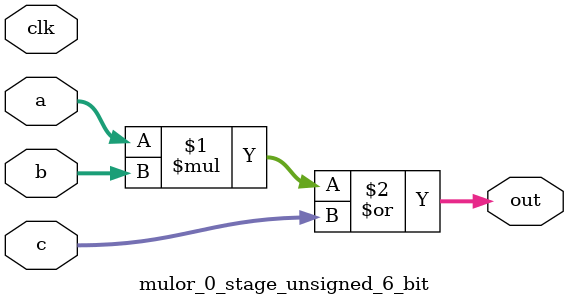
<source format=sv>
(* use_dsp = "yes" *) module mulor_0_stage_unsigned_6_bit(
	input  [5:0] a,
	input  [5:0] b,
	input  [5:0] c,
	output [5:0] out,
	input clk);

	assign out = (a * b) | c;
endmodule

</source>
